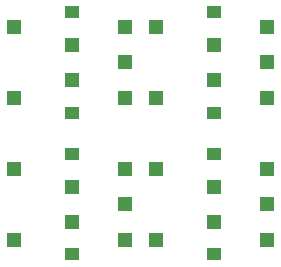
<source format=gtp>
G04*
G04 #@! TF.GenerationSoftware,Altium Limited,Altium Designer,21.5.1 (32)*
G04*
G04 Layer_Color=8421504*
%FSLAX44Y44*%
%MOMM*%
G71*
G04*
G04 #@! TF.SameCoordinates,0903D884-DAF8-42DF-BE81-14F24C034F1F*
G04*
G04*
G04 #@! TF.FilePolarity,Positive*
G04*
G01*
G75*
%ADD13R,1.2500X1.0500*%
%ADD14R,1.2500X1.2500*%
D13*
X290000Y157500D02*
D03*
Y242500D02*
D03*
X410000Y157500D02*
D03*
Y242500D02*
D03*
X290000Y37500D02*
D03*
Y122500D02*
D03*
X410000Y37500D02*
D03*
Y122500D02*
D03*
D14*
X335000Y230000D02*
D03*
Y170000D02*
D03*
Y200000D02*
D03*
X290000Y185000D02*
D03*
Y215000D02*
D03*
X240750Y230000D02*
D03*
Y170000D02*
D03*
X455000Y230000D02*
D03*
Y170000D02*
D03*
Y200000D02*
D03*
X410000Y185000D02*
D03*
Y215000D02*
D03*
X360750Y230000D02*
D03*
Y170000D02*
D03*
X335000Y110000D02*
D03*
Y50000D02*
D03*
Y80000D02*
D03*
X290000Y65000D02*
D03*
Y95000D02*
D03*
X240750Y110000D02*
D03*
Y50000D02*
D03*
X455000Y110000D02*
D03*
Y50000D02*
D03*
Y80000D02*
D03*
X410000Y65000D02*
D03*
Y95000D02*
D03*
X360750Y110000D02*
D03*
Y50000D02*
D03*
M02*

</source>
